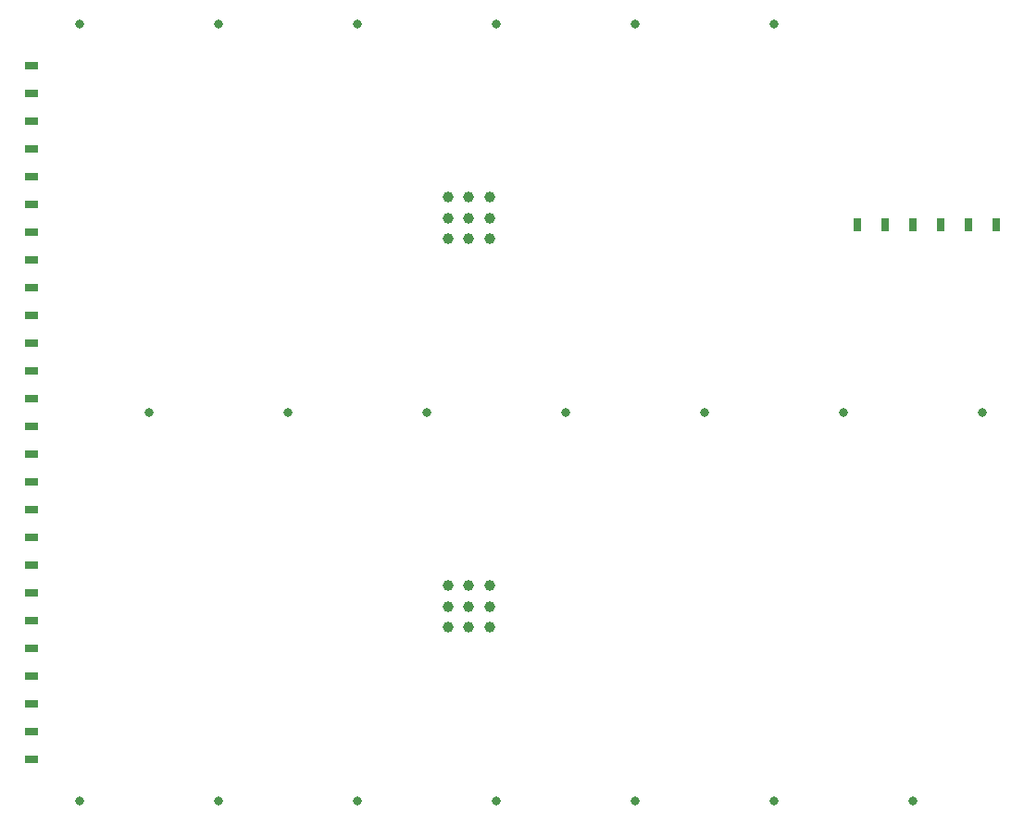
<source format=gbl>
G75*
%MOIN*%
%OFA0B0*%
%FSLAX25Y25*%
%IPPOS*%
%LPD*%
%AMOC8*
5,1,8,0,0,1.08239X$1,22.5*
%
%ADD10C,0.03181*%
%ADD11C,0.03937*%
%ADD12R,0.02500X0.05000*%
%ADD13R,0.05000X0.02500*%
D10*
X0050000Y0015000D03*
X0100000Y0015000D03*
X0150000Y0015000D03*
X0200000Y0015000D03*
X0250000Y0015000D03*
X0300000Y0015000D03*
X0350000Y0015000D03*
X0325000Y0155000D03*
X0275000Y0155000D03*
X0225000Y0155000D03*
X0175000Y0155000D03*
X0125000Y0155000D03*
X0075000Y0155000D03*
X0050000Y0295000D03*
X0100000Y0295000D03*
X0150000Y0295000D03*
X0200000Y0295000D03*
X0250000Y0295000D03*
X0300000Y0295000D03*
X0375000Y0155000D03*
D11*
X0197500Y0092500D03*
X0190000Y0092500D03*
X0182500Y0092500D03*
X0182500Y0085000D03*
X0190000Y0085000D03*
X0190000Y0077500D03*
X0182500Y0077500D03*
X0197500Y0077500D03*
X0197500Y0085000D03*
X0197500Y0217500D03*
X0197500Y0225000D03*
X0197500Y0232500D03*
X0190000Y0232500D03*
X0182500Y0232500D03*
X0182500Y0225000D03*
X0190000Y0225000D03*
X0190000Y0217500D03*
X0182500Y0217500D03*
D12*
X0330000Y0222500D03*
X0340000Y0222500D03*
X0350000Y0222500D03*
X0360000Y0222500D03*
X0370000Y0222500D03*
X0380000Y0222500D03*
D13*
X0032500Y0030000D03*
X0032500Y0040000D03*
X0032500Y0050000D03*
X0032500Y0060000D03*
X0032500Y0070000D03*
X0032500Y0080000D03*
X0032500Y0090000D03*
X0032500Y0100000D03*
X0032500Y0110000D03*
X0032500Y0120000D03*
X0032500Y0130000D03*
X0032500Y0140000D03*
X0032500Y0150000D03*
X0032500Y0160000D03*
X0032500Y0170000D03*
X0032500Y0180000D03*
X0032500Y0190000D03*
X0032500Y0200000D03*
X0032500Y0210000D03*
X0032500Y0220000D03*
X0032500Y0230000D03*
X0032500Y0240000D03*
X0032500Y0250000D03*
X0032500Y0260000D03*
X0032500Y0270000D03*
X0032500Y0280000D03*
M02*

</source>
